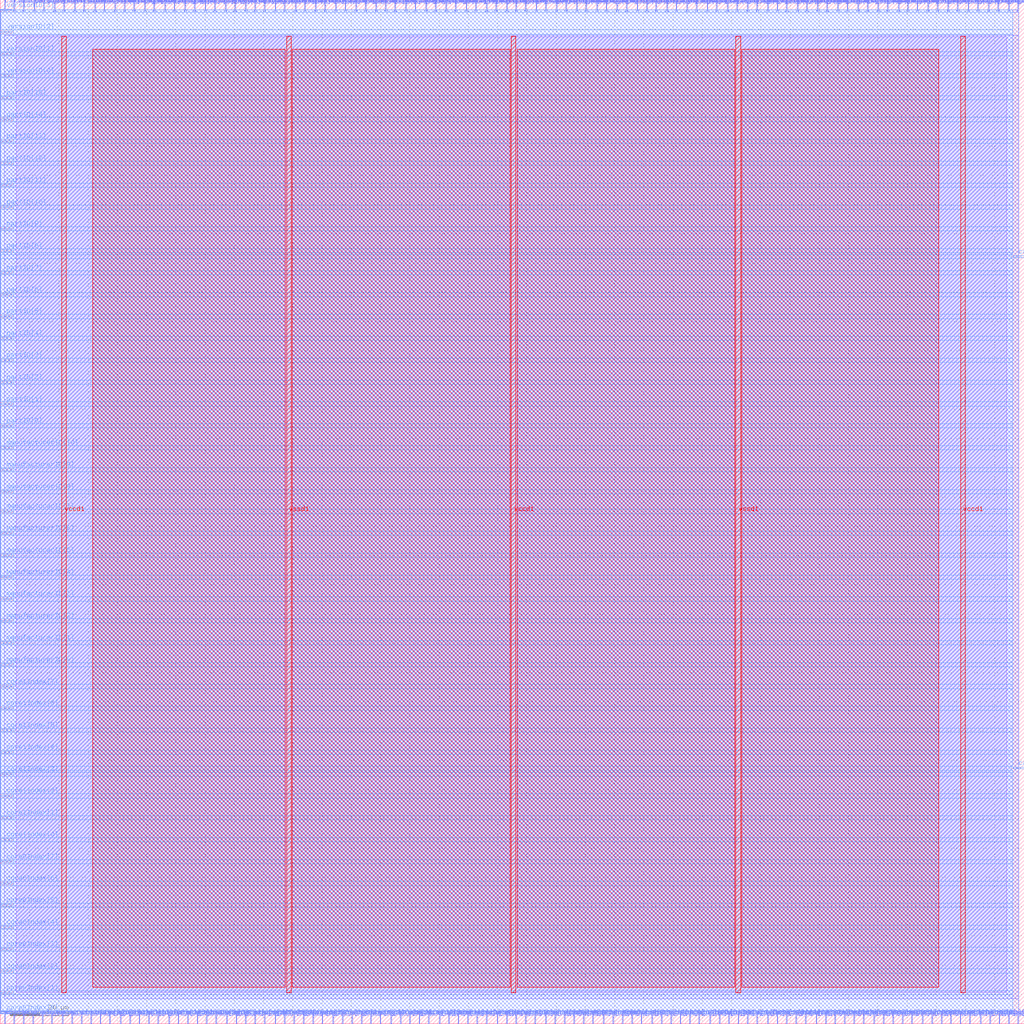
<source format=lef>
VERSION 5.7 ;
  NOWIREEXTENSIONATPIN ON ;
  DIVIDERCHAR "/" ;
  BUSBITCHARS "[]" ;
MACRO CaravelHost
  CLASS BLOCK ;
  FOREIGN CaravelHost ;
  ORIGIN 0.000 0.000 ;
  SIZE 350.000 BY 350.000 ;
  PIN caravel_uart_rx
    DIRECTION INPUT ;
    USE SIGNAL ;
    PORT
      LAYER met3 ;
        RECT 346.000 87.080 350.000 87.680 ;
    END
  END caravel_uart_rx
  PIN caravel_uart_tx
    DIRECTION OUTPUT TRISTATE ;
    USE SIGNAL ;
    PORT
      LAYER met3 ;
        RECT 346.000 261.840 350.000 262.440 ;
    END
  END caravel_uart_tx
  PIN caravel_wb_ack_i
    DIRECTION INPUT ;
    USE SIGNAL ;
    PORT
      LAYER met2 ;
        RECT 1.470 346.000 1.750 350.000 ;
    END
  END caravel_wb_ack_i
  PIN caravel_wb_adr_o[0]
    DIRECTION OUTPUT TRISTATE ;
    USE SIGNAL ;
    PORT
      LAYER met2 ;
        RECT 21.710 346.000 21.990 350.000 ;
    END
  END caravel_wb_adr_o[0]
  PIN caravel_wb_adr_o[10]
    DIRECTION OUTPUT TRISTATE ;
    USE SIGNAL ;
    PORT
      LAYER met2 ;
        RECT 138.550 346.000 138.830 350.000 ;
    END
  END caravel_wb_adr_o[10]
  PIN caravel_wb_adr_o[11]
    DIRECTION OUTPUT TRISTATE ;
    USE SIGNAL ;
    PORT
      LAYER met2 ;
        RECT 148.670 346.000 148.950 350.000 ;
    END
  END caravel_wb_adr_o[11]
  PIN caravel_wb_adr_o[12]
    DIRECTION OUTPUT TRISTATE ;
    USE SIGNAL ;
    PORT
      LAYER met2 ;
        RECT 159.250 346.000 159.530 350.000 ;
    END
  END caravel_wb_adr_o[12]
  PIN caravel_wb_adr_o[13]
    DIRECTION OUTPUT TRISTATE ;
    USE SIGNAL ;
    PORT
      LAYER met2 ;
        RECT 169.370 346.000 169.650 350.000 ;
    END
  END caravel_wb_adr_o[13]
  PIN caravel_wb_adr_o[14]
    DIRECTION OUTPUT TRISTATE ;
    USE SIGNAL ;
    PORT
      LAYER met2 ;
        RECT 179.490 346.000 179.770 350.000 ;
    END
  END caravel_wb_adr_o[14]
  PIN caravel_wb_adr_o[15]
    DIRECTION OUTPUT TRISTATE ;
    USE SIGNAL ;
    PORT
      LAYER met2 ;
        RECT 190.070 346.000 190.350 350.000 ;
    END
  END caravel_wb_adr_o[15]
  PIN caravel_wb_adr_o[16]
    DIRECTION OUTPUT TRISTATE ;
    USE SIGNAL ;
    PORT
      LAYER met2 ;
        RECT 200.190 346.000 200.470 350.000 ;
    END
  END caravel_wb_adr_o[16]
  PIN caravel_wb_adr_o[17]
    DIRECTION OUTPUT TRISTATE ;
    USE SIGNAL ;
    PORT
      LAYER met2 ;
        RECT 210.770 346.000 211.050 350.000 ;
    END
  END caravel_wb_adr_o[17]
  PIN caravel_wb_adr_o[18]
    DIRECTION OUTPUT TRISTATE ;
    USE SIGNAL ;
    PORT
      LAYER met2 ;
        RECT 220.890 346.000 221.170 350.000 ;
    END
  END caravel_wb_adr_o[18]
  PIN caravel_wb_adr_o[19]
    DIRECTION OUTPUT TRISTATE ;
    USE SIGNAL ;
    PORT
      LAYER met2 ;
        RECT 231.010 346.000 231.290 350.000 ;
    END
  END caravel_wb_adr_o[19]
  PIN caravel_wb_adr_o[1]
    DIRECTION OUTPUT TRISTATE ;
    USE SIGNAL ;
    PORT
      LAYER met2 ;
        RECT 35.510 346.000 35.790 350.000 ;
    END
  END caravel_wb_adr_o[1]
  PIN caravel_wb_adr_o[20]
    DIRECTION OUTPUT TRISTATE ;
    USE SIGNAL ;
    PORT
      LAYER met2 ;
        RECT 241.590 346.000 241.870 350.000 ;
    END
  END caravel_wb_adr_o[20]
  PIN caravel_wb_adr_o[21]
    DIRECTION OUTPUT TRISTATE ;
    USE SIGNAL ;
    PORT
      LAYER met2 ;
        RECT 251.710 346.000 251.990 350.000 ;
    END
  END caravel_wb_adr_o[21]
  PIN caravel_wb_adr_o[22]
    DIRECTION OUTPUT TRISTATE ;
    USE SIGNAL ;
    PORT
      LAYER met2 ;
        RECT 262.290 346.000 262.570 350.000 ;
    END
  END caravel_wb_adr_o[22]
  PIN caravel_wb_adr_o[23]
    DIRECTION OUTPUT TRISTATE ;
    USE SIGNAL ;
    PORT
      LAYER met2 ;
        RECT 272.410 346.000 272.690 350.000 ;
    END
  END caravel_wb_adr_o[23]
  PIN caravel_wb_adr_o[24]
    DIRECTION OUTPUT TRISTATE ;
    USE SIGNAL ;
    PORT
      LAYER met2 ;
        RECT 282.530 346.000 282.810 350.000 ;
    END
  END caravel_wb_adr_o[24]
  PIN caravel_wb_adr_o[25]
    DIRECTION OUTPUT TRISTATE ;
    USE SIGNAL ;
    PORT
      LAYER met2 ;
        RECT 293.110 346.000 293.390 350.000 ;
    END
  END caravel_wb_adr_o[25]
  PIN caravel_wb_adr_o[26]
    DIRECTION OUTPUT TRISTATE ;
    USE SIGNAL ;
    PORT
      LAYER met2 ;
        RECT 303.230 346.000 303.510 350.000 ;
    END
  END caravel_wb_adr_o[26]
  PIN caravel_wb_adr_o[27]
    DIRECTION OUTPUT TRISTATE ;
    USE SIGNAL ;
    PORT
      LAYER met2 ;
        RECT 313.350 346.000 313.630 350.000 ;
    END
  END caravel_wb_adr_o[27]
  PIN caravel_wb_adr_o[2]
    DIRECTION OUTPUT TRISTATE ;
    USE SIGNAL ;
    PORT
      LAYER met2 ;
        RECT 49.310 346.000 49.590 350.000 ;
    END
  END caravel_wb_adr_o[2]
  PIN caravel_wb_adr_o[3]
    DIRECTION OUTPUT TRISTATE ;
    USE SIGNAL ;
    PORT
      LAYER met2 ;
        RECT 63.110 346.000 63.390 350.000 ;
    END
  END caravel_wb_adr_o[3]
  PIN caravel_wb_adr_o[4]
    DIRECTION OUTPUT TRISTATE ;
    USE SIGNAL ;
    PORT
      LAYER met2 ;
        RECT 76.910 346.000 77.190 350.000 ;
    END
  END caravel_wb_adr_o[4]
  PIN caravel_wb_adr_o[5]
    DIRECTION OUTPUT TRISTATE ;
    USE SIGNAL ;
    PORT
      LAYER met2 ;
        RECT 87.030 346.000 87.310 350.000 ;
    END
  END caravel_wb_adr_o[5]
  PIN caravel_wb_adr_o[6]
    DIRECTION OUTPUT TRISTATE ;
    USE SIGNAL ;
    PORT
      LAYER met2 ;
        RECT 97.150 346.000 97.430 350.000 ;
    END
  END caravel_wb_adr_o[6]
  PIN caravel_wb_adr_o[7]
    DIRECTION OUTPUT TRISTATE ;
    USE SIGNAL ;
    PORT
      LAYER met2 ;
        RECT 107.730 346.000 108.010 350.000 ;
    END
  END caravel_wb_adr_o[7]
  PIN caravel_wb_adr_o[8]
    DIRECTION OUTPUT TRISTATE ;
    USE SIGNAL ;
    PORT
      LAYER met2 ;
        RECT 117.850 346.000 118.130 350.000 ;
    END
  END caravel_wb_adr_o[8]
  PIN caravel_wb_adr_o[9]
    DIRECTION OUTPUT TRISTATE ;
    USE SIGNAL ;
    PORT
      LAYER met2 ;
        RECT 128.430 346.000 128.710 350.000 ;
    END
  END caravel_wb_adr_o[9]
  PIN caravel_wb_cyc_o
    DIRECTION OUTPUT TRISTATE ;
    USE SIGNAL ;
    PORT
      LAYER met2 ;
        RECT 4.690 346.000 4.970 350.000 ;
    END
  END caravel_wb_cyc_o
  PIN caravel_wb_data_i[0]
    DIRECTION INPUT ;
    USE SIGNAL ;
    PORT
      LAYER met2 ;
        RECT 25.390 346.000 25.670 350.000 ;
    END
  END caravel_wb_data_i[0]
  PIN caravel_wb_data_i[10]
    DIRECTION INPUT ;
    USE SIGNAL ;
    PORT
      LAYER met2 ;
        RECT 141.770 346.000 142.050 350.000 ;
    END
  END caravel_wb_data_i[10]
  PIN caravel_wb_data_i[11]
    DIRECTION INPUT ;
    USE SIGNAL ;
    PORT
      LAYER met2 ;
        RECT 152.350 346.000 152.630 350.000 ;
    END
  END caravel_wb_data_i[11]
  PIN caravel_wb_data_i[12]
    DIRECTION INPUT ;
    USE SIGNAL ;
    PORT
      LAYER met2 ;
        RECT 162.470 346.000 162.750 350.000 ;
    END
  END caravel_wb_data_i[12]
  PIN caravel_wb_data_i[13]
    DIRECTION INPUT ;
    USE SIGNAL ;
    PORT
      LAYER met2 ;
        RECT 173.050 346.000 173.330 350.000 ;
    END
  END caravel_wb_data_i[13]
  PIN caravel_wb_data_i[14]
    DIRECTION INPUT ;
    USE SIGNAL ;
    PORT
      LAYER met2 ;
        RECT 183.170 346.000 183.450 350.000 ;
    END
  END caravel_wb_data_i[14]
  PIN caravel_wb_data_i[15]
    DIRECTION INPUT ;
    USE SIGNAL ;
    PORT
      LAYER met2 ;
        RECT 193.290 346.000 193.570 350.000 ;
    END
  END caravel_wb_data_i[15]
  PIN caravel_wb_data_i[16]
    DIRECTION INPUT ;
    USE SIGNAL ;
    PORT
      LAYER met2 ;
        RECT 203.870 346.000 204.150 350.000 ;
    END
  END caravel_wb_data_i[16]
  PIN caravel_wb_data_i[17]
    DIRECTION INPUT ;
    USE SIGNAL ;
    PORT
      LAYER met2 ;
        RECT 213.990 346.000 214.270 350.000 ;
    END
  END caravel_wb_data_i[17]
  PIN caravel_wb_data_i[18]
    DIRECTION INPUT ;
    USE SIGNAL ;
    PORT
      LAYER met2 ;
        RECT 224.110 346.000 224.390 350.000 ;
    END
  END caravel_wb_data_i[18]
  PIN caravel_wb_data_i[19]
    DIRECTION INPUT ;
    USE SIGNAL ;
    PORT
      LAYER met2 ;
        RECT 234.690 346.000 234.970 350.000 ;
    END
  END caravel_wb_data_i[19]
  PIN caravel_wb_data_i[1]
    DIRECTION INPUT ;
    USE SIGNAL ;
    PORT
      LAYER met2 ;
        RECT 39.190 346.000 39.470 350.000 ;
    END
  END caravel_wb_data_i[1]
  PIN caravel_wb_data_i[20]
    DIRECTION INPUT ;
    USE SIGNAL ;
    PORT
      LAYER met2 ;
        RECT 244.810 346.000 245.090 350.000 ;
    END
  END caravel_wb_data_i[20]
  PIN caravel_wb_data_i[21]
    DIRECTION INPUT ;
    USE SIGNAL ;
    PORT
      LAYER met2 ;
        RECT 255.390 346.000 255.670 350.000 ;
    END
  END caravel_wb_data_i[21]
  PIN caravel_wb_data_i[22]
    DIRECTION INPUT ;
    USE SIGNAL ;
    PORT
      LAYER met2 ;
        RECT 265.510 346.000 265.790 350.000 ;
    END
  END caravel_wb_data_i[22]
  PIN caravel_wb_data_i[23]
    DIRECTION INPUT ;
    USE SIGNAL ;
    PORT
      LAYER met2 ;
        RECT 275.630 346.000 275.910 350.000 ;
    END
  END caravel_wb_data_i[23]
  PIN caravel_wb_data_i[24]
    DIRECTION INPUT ;
    USE SIGNAL ;
    PORT
      LAYER met2 ;
        RECT 286.210 346.000 286.490 350.000 ;
    END
  END caravel_wb_data_i[24]
  PIN caravel_wb_data_i[25]
    DIRECTION INPUT ;
    USE SIGNAL ;
    PORT
      LAYER met2 ;
        RECT 296.330 346.000 296.610 350.000 ;
    END
  END caravel_wb_data_i[25]
  PIN caravel_wb_data_i[26]
    DIRECTION INPUT ;
    USE SIGNAL ;
    PORT
      LAYER met2 ;
        RECT 306.910 346.000 307.190 350.000 ;
    END
  END caravel_wb_data_i[26]
  PIN caravel_wb_data_i[27]
    DIRECTION INPUT ;
    USE SIGNAL ;
    PORT
      LAYER met2 ;
        RECT 317.030 346.000 317.310 350.000 ;
    END
  END caravel_wb_data_i[27]
  PIN caravel_wb_data_i[28]
    DIRECTION INPUT ;
    USE SIGNAL ;
    PORT
      LAYER met2 ;
        RECT 323.930 346.000 324.210 350.000 ;
    END
  END caravel_wb_data_i[28]
  PIN caravel_wb_data_i[29]
    DIRECTION INPUT ;
    USE SIGNAL ;
    PORT
      LAYER met2 ;
        RECT 330.830 346.000 331.110 350.000 ;
    END
  END caravel_wb_data_i[29]
  PIN caravel_wb_data_i[2]
    DIRECTION INPUT ;
    USE SIGNAL ;
    PORT
      LAYER met2 ;
        RECT 52.530 346.000 52.810 350.000 ;
    END
  END caravel_wb_data_i[2]
  PIN caravel_wb_data_i[30]
    DIRECTION INPUT ;
    USE SIGNAL ;
    PORT
      LAYER met2 ;
        RECT 337.730 346.000 338.010 350.000 ;
    END
  END caravel_wb_data_i[30]
  PIN caravel_wb_data_i[31]
    DIRECTION INPUT ;
    USE SIGNAL ;
    PORT
      LAYER met2 ;
        RECT 344.630 346.000 344.910 350.000 ;
    END
  END caravel_wb_data_i[31]
  PIN caravel_wb_data_i[3]
    DIRECTION INPUT ;
    USE SIGNAL ;
    PORT
      LAYER met2 ;
        RECT 66.330 346.000 66.610 350.000 ;
    END
  END caravel_wb_data_i[3]
  PIN caravel_wb_data_i[4]
    DIRECTION INPUT ;
    USE SIGNAL ;
    PORT
      LAYER met2 ;
        RECT 80.130 346.000 80.410 350.000 ;
    END
  END caravel_wb_data_i[4]
  PIN caravel_wb_data_i[5]
    DIRECTION INPUT ;
    USE SIGNAL ;
    PORT
      LAYER met2 ;
        RECT 90.250 346.000 90.530 350.000 ;
    END
  END caravel_wb_data_i[5]
  PIN caravel_wb_data_i[6]
    DIRECTION INPUT ;
    USE SIGNAL ;
    PORT
      LAYER met2 ;
        RECT 100.830 346.000 101.110 350.000 ;
    END
  END caravel_wb_data_i[6]
  PIN caravel_wb_data_i[7]
    DIRECTION INPUT ;
    USE SIGNAL ;
    PORT
      LAYER met2 ;
        RECT 110.950 346.000 111.230 350.000 ;
    END
  END caravel_wb_data_i[7]
  PIN caravel_wb_data_i[8]
    DIRECTION INPUT ;
    USE SIGNAL ;
    PORT
      LAYER met2 ;
        RECT 121.530 346.000 121.810 350.000 ;
    END
  END caravel_wb_data_i[8]
  PIN caravel_wb_data_i[9]
    DIRECTION INPUT ;
    USE SIGNAL ;
    PORT
      LAYER met2 ;
        RECT 131.650 346.000 131.930 350.000 ;
    END
  END caravel_wb_data_i[9]
  PIN caravel_wb_data_o[0]
    DIRECTION OUTPUT TRISTATE ;
    USE SIGNAL ;
    PORT
      LAYER met2 ;
        RECT 28.610 346.000 28.890 350.000 ;
    END
  END caravel_wb_data_o[0]
  PIN caravel_wb_data_o[10]
    DIRECTION OUTPUT TRISTATE ;
    USE SIGNAL ;
    PORT
      LAYER met2 ;
        RECT 145.450 346.000 145.730 350.000 ;
    END
  END caravel_wb_data_o[10]
  PIN caravel_wb_data_o[11]
    DIRECTION OUTPUT TRISTATE ;
    USE SIGNAL ;
    PORT
      LAYER met2 ;
        RECT 155.570 346.000 155.850 350.000 ;
    END
  END caravel_wb_data_o[11]
  PIN caravel_wb_data_o[12]
    DIRECTION OUTPUT TRISTATE ;
    USE SIGNAL ;
    PORT
      LAYER met2 ;
        RECT 166.150 346.000 166.430 350.000 ;
    END
  END caravel_wb_data_o[12]
  PIN caravel_wb_data_o[13]
    DIRECTION OUTPUT TRISTATE ;
    USE SIGNAL ;
    PORT
      LAYER met2 ;
        RECT 176.270 346.000 176.550 350.000 ;
    END
  END caravel_wb_data_o[13]
  PIN caravel_wb_data_o[14]
    DIRECTION OUTPUT TRISTATE ;
    USE SIGNAL ;
    PORT
      LAYER met2 ;
        RECT 186.390 346.000 186.670 350.000 ;
    END
  END caravel_wb_data_o[14]
  PIN caravel_wb_data_o[15]
    DIRECTION OUTPUT TRISTATE ;
    USE SIGNAL ;
    PORT
      LAYER met2 ;
        RECT 196.970 346.000 197.250 350.000 ;
    END
  END caravel_wb_data_o[15]
  PIN caravel_wb_data_o[16]
    DIRECTION OUTPUT TRISTATE ;
    USE SIGNAL ;
    PORT
      LAYER met2 ;
        RECT 207.090 346.000 207.370 350.000 ;
    END
  END caravel_wb_data_o[16]
  PIN caravel_wb_data_o[17]
    DIRECTION OUTPUT TRISTATE ;
    USE SIGNAL ;
    PORT
      LAYER met2 ;
        RECT 217.670 346.000 217.950 350.000 ;
    END
  END caravel_wb_data_o[17]
  PIN caravel_wb_data_o[18]
    DIRECTION OUTPUT TRISTATE ;
    USE SIGNAL ;
    PORT
      LAYER met2 ;
        RECT 227.790 346.000 228.070 350.000 ;
    END
  END caravel_wb_data_o[18]
  PIN caravel_wb_data_o[19]
    DIRECTION OUTPUT TRISTATE ;
    USE SIGNAL ;
    PORT
      LAYER met2 ;
        RECT 237.910 346.000 238.190 350.000 ;
    END
  END caravel_wb_data_o[19]
  PIN caravel_wb_data_o[1]
    DIRECTION OUTPUT TRISTATE ;
    USE SIGNAL ;
    PORT
      LAYER met2 ;
        RECT 42.410 346.000 42.690 350.000 ;
    END
  END caravel_wb_data_o[1]
  PIN caravel_wb_data_o[20]
    DIRECTION OUTPUT TRISTATE ;
    USE SIGNAL ;
    PORT
      LAYER met2 ;
        RECT 248.490 346.000 248.770 350.000 ;
    END
  END caravel_wb_data_o[20]
  PIN caravel_wb_data_o[21]
    DIRECTION OUTPUT TRISTATE ;
    USE SIGNAL ;
    PORT
      LAYER met2 ;
        RECT 258.610 346.000 258.890 350.000 ;
    END
  END caravel_wb_data_o[21]
  PIN caravel_wb_data_o[22]
    DIRECTION OUTPUT TRISTATE ;
    USE SIGNAL ;
    PORT
      LAYER met2 ;
        RECT 268.730 346.000 269.010 350.000 ;
    END
  END caravel_wb_data_o[22]
  PIN caravel_wb_data_o[23]
    DIRECTION OUTPUT TRISTATE ;
    USE SIGNAL ;
    PORT
      LAYER met2 ;
        RECT 279.310 346.000 279.590 350.000 ;
    END
  END caravel_wb_data_o[23]
  PIN caravel_wb_data_o[24]
    DIRECTION OUTPUT TRISTATE ;
    USE SIGNAL ;
    PORT
      LAYER met2 ;
        RECT 289.430 346.000 289.710 350.000 ;
    END
  END caravel_wb_data_o[24]
  PIN caravel_wb_data_o[25]
    DIRECTION OUTPUT TRISTATE ;
    USE SIGNAL ;
    PORT
      LAYER met2 ;
        RECT 300.010 346.000 300.290 350.000 ;
    END
  END caravel_wb_data_o[25]
  PIN caravel_wb_data_o[26]
    DIRECTION OUTPUT TRISTATE ;
    USE SIGNAL ;
    PORT
      LAYER met2 ;
        RECT 310.130 346.000 310.410 350.000 ;
    END
  END caravel_wb_data_o[26]
  PIN caravel_wb_data_o[27]
    DIRECTION OUTPUT TRISTATE ;
    USE SIGNAL ;
    PORT
      LAYER met2 ;
        RECT 320.250 346.000 320.530 350.000 ;
    END
  END caravel_wb_data_o[27]
  PIN caravel_wb_data_o[28]
    DIRECTION OUTPUT TRISTATE ;
    USE SIGNAL ;
    PORT
      LAYER met2 ;
        RECT 327.150 346.000 327.430 350.000 ;
    END
  END caravel_wb_data_o[28]
  PIN caravel_wb_data_o[29]
    DIRECTION OUTPUT TRISTATE ;
    USE SIGNAL ;
    PORT
      LAYER met2 ;
        RECT 334.050 346.000 334.330 350.000 ;
    END
  END caravel_wb_data_o[29]
  PIN caravel_wb_data_o[2]
    DIRECTION OUTPUT TRISTATE ;
    USE SIGNAL ;
    PORT
      LAYER met2 ;
        RECT 56.210 346.000 56.490 350.000 ;
    END
  END caravel_wb_data_o[2]
  PIN caravel_wb_data_o[30]
    DIRECTION OUTPUT TRISTATE ;
    USE SIGNAL ;
    PORT
      LAYER met2 ;
        RECT 340.950 346.000 341.230 350.000 ;
    END
  END caravel_wb_data_o[30]
  PIN caravel_wb_data_o[31]
    DIRECTION OUTPUT TRISTATE ;
    USE SIGNAL ;
    PORT
      LAYER met2 ;
        RECT 347.850 346.000 348.130 350.000 ;
    END
  END caravel_wb_data_o[31]
  PIN caravel_wb_data_o[3]
    DIRECTION OUTPUT TRISTATE ;
    USE SIGNAL ;
    PORT
      LAYER met2 ;
        RECT 70.010 346.000 70.290 350.000 ;
    END
  END caravel_wb_data_o[3]
  PIN caravel_wb_data_o[4]
    DIRECTION OUTPUT TRISTATE ;
    USE SIGNAL ;
    PORT
      LAYER met2 ;
        RECT 83.810 346.000 84.090 350.000 ;
    END
  END caravel_wb_data_o[4]
  PIN caravel_wb_data_o[5]
    DIRECTION OUTPUT TRISTATE ;
    USE SIGNAL ;
    PORT
      LAYER met2 ;
        RECT 93.930 346.000 94.210 350.000 ;
    END
  END caravel_wb_data_o[5]
  PIN caravel_wb_data_o[6]
    DIRECTION OUTPUT TRISTATE ;
    USE SIGNAL ;
    PORT
      LAYER met2 ;
        RECT 104.050 346.000 104.330 350.000 ;
    END
  END caravel_wb_data_o[6]
  PIN caravel_wb_data_o[7]
    DIRECTION OUTPUT TRISTATE ;
    USE SIGNAL ;
    PORT
      LAYER met2 ;
        RECT 114.630 346.000 114.910 350.000 ;
    END
  END caravel_wb_data_o[7]
  PIN caravel_wb_data_o[8]
    DIRECTION OUTPUT TRISTATE ;
    USE SIGNAL ;
    PORT
      LAYER met2 ;
        RECT 124.750 346.000 125.030 350.000 ;
    END
  END caravel_wb_data_o[8]
  PIN caravel_wb_data_o[9]
    DIRECTION OUTPUT TRISTATE ;
    USE SIGNAL ;
    PORT
      LAYER met2 ;
        RECT 134.870 346.000 135.150 350.000 ;
    END
  END caravel_wb_data_o[9]
  PIN caravel_wb_error_i
    DIRECTION INPUT ;
    USE SIGNAL ;
    PORT
      LAYER met2 ;
        RECT 7.910 346.000 8.190 350.000 ;
    END
  END caravel_wb_error_i
  PIN caravel_wb_sel_o[0]
    DIRECTION OUTPUT TRISTATE ;
    USE SIGNAL ;
    PORT
      LAYER met2 ;
        RECT 32.290 346.000 32.570 350.000 ;
    END
  END caravel_wb_sel_o[0]
  PIN caravel_wb_sel_o[1]
    DIRECTION OUTPUT TRISTATE ;
    USE SIGNAL ;
    PORT
      LAYER met2 ;
        RECT 45.630 346.000 45.910 350.000 ;
    END
  END caravel_wb_sel_o[1]
  PIN caravel_wb_sel_o[2]
    DIRECTION OUTPUT TRISTATE ;
    USE SIGNAL ;
    PORT
      LAYER met2 ;
        RECT 59.430 346.000 59.710 350.000 ;
    END
  END caravel_wb_sel_o[2]
  PIN caravel_wb_sel_o[3]
    DIRECTION OUTPUT TRISTATE ;
    USE SIGNAL ;
    PORT
      LAYER met2 ;
        RECT 73.230 346.000 73.510 350.000 ;
    END
  END caravel_wb_sel_o[3]
  PIN caravel_wb_stall_i
    DIRECTION INPUT ;
    USE SIGNAL ;
    PORT
      LAYER met2 ;
        RECT 11.590 346.000 11.870 350.000 ;
    END
  END caravel_wb_stall_i
  PIN caravel_wb_stb_o
    DIRECTION OUTPUT TRISTATE ;
    USE SIGNAL ;
    PORT
      LAYER met2 ;
        RECT 14.810 346.000 15.090 350.000 ;
    END
  END caravel_wb_stb_o
  PIN caravel_wb_we_o
    DIRECTION OUTPUT TRISTATE ;
    USE SIGNAL ;
    PORT
      LAYER met2 ;
        RECT 18.490 346.000 18.770 350.000 ;
    END
  END caravel_wb_we_o
  PIN core0Index[0]
    DIRECTION OUTPUT TRISTATE ;
    USE SIGNAL ;
    PORT
      LAYER met3 ;
        RECT 0.000 3.440 4.000 4.040 ;
    END
  END core0Index[0]
  PIN core0Index[1]
    DIRECTION OUTPUT TRISTATE ;
    USE SIGNAL ;
    PORT
      LAYER met3 ;
        RECT 0.000 10.240 4.000 10.840 ;
    END
  END core0Index[1]
  PIN core0Index[2]
    DIRECTION OUTPUT TRISTATE ;
    USE SIGNAL ;
    PORT
      LAYER met3 ;
        RECT 0.000 17.720 4.000 18.320 ;
    END
  END core0Index[2]
  PIN core0Index[3]
    DIRECTION OUTPUT TRISTATE ;
    USE SIGNAL ;
    PORT
      LAYER met3 ;
        RECT 0.000 25.200 4.000 25.800 ;
    END
  END core0Index[3]
  PIN core0Index[4]
    DIRECTION OUTPUT TRISTATE ;
    USE SIGNAL ;
    PORT
      LAYER met3 ;
        RECT 0.000 32.680 4.000 33.280 ;
    END
  END core0Index[4]
  PIN core0Index[5]
    DIRECTION OUTPUT TRISTATE ;
    USE SIGNAL ;
    PORT
      LAYER met3 ;
        RECT 0.000 40.160 4.000 40.760 ;
    END
  END core0Index[5]
  PIN core0Index[6]
    DIRECTION OUTPUT TRISTATE ;
    USE SIGNAL ;
    PORT
      LAYER met3 ;
        RECT 0.000 47.640 4.000 48.240 ;
    END
  END core0Index[6]
  PIN core0Index[7]
    DIRECTION OUTPUT TRISTATE ;
    USE SIGNAL ;
    PORT
      LAYER met3 ;
        RECT 0.000 55.120 4.000 55.720 ;
    END
  END core0Index[7]
  PIN core1Index[0]
    DIRECTION OUTPUT TRISTATE ;
    USE SIGNAL ;
    PORT
      LAYER met3 ;
        RECT 0.000 62.600 4.000 63.200 ;
    END
  END core1Index[0]
  PIN core1Index[1]
    DIRECTION OUTPUT TRISTATE ;
    USE SIGNAL ;
    PORT
      LAYER met3 ;
        RECT 0.000 70.080 4.000 70.680 ;
    END
  END core1Index[1]
  PIN core1Index[2]
    DIRECTION OUTPUT TRISTATE ;
    USE SIGNAL ;
    PORT
      LAYER met3 ;
        RECT 0.000 77.560 4.000 78.160 ;
    END
  END core1Index[2]
  PIN core1Index[3]
    DIRECTION OUTPUT TRISTATE ;
    USE SIGNAL ;
    PORT
      LAYER met3 ;
        RECT 0.000 85.040 4.000 85.640 ;
    END
  END core1Index[3]
  PIN core1Index[4]
    DIRECTION OUTPUT TRISTATE ;
    USE SIGNAL ;
    PORT
      LAYER met3 ;
        RECT 0.000 92.520 4.000 93.120 ;
    END
  END core1Index[4]
  PIN core1Index[5]
    DIRECTION OUTPUT TRISTATE ;
    USE SIGNAL ;
    PORT
      LAYER met3 ;
        RECT 0.000 100.000 4.000 100.600 ;
    END
  END core1Index[5]
  PIN core1Index[6]
    DIRECTION OUTPUT TRISTATE ;
    USE SIGNAL ;
    PORT
      LAYER met3 ;
        RECT 0.000 107.480 4.000 108.080 ;
    END
  END core1Index[6]
  PIN core1Index[7]
    DIRECTION OUTPUT TRISTATE ;
    USE SIGNAL ;
    PORT
      LAYER met3 ;
        RECT 0.000 114.960 4.000 115.560 ;
    END
  END core1Index[7]
  PIN manufacturerID[0]
    DIRECTION OUTPUT TRISTATE ;
    USE SIGNAL ;
    PORT
      LAYER met3 ;
        RECT 0.000 122.440 4.000 123.040 ;
    END
  END manufacturerID[0]
  PIN manufacturerID[10]
    DIRECTION OUTPUT TRISTATE ;
    USE SIGNAL ;
    PORT
      LAYER met3 ;
        RECT 0.000 196.560 4.000 197.160 ;
    END
  END manufacturerID[10]
  PIN manufacturerID[1]
    DIRECTION OUTPUT TRISTATE ;
    USE SIGNAL ;
    PORT
      LAYER met3 ;
        RECT 0.000 129.920 4.000 130.520 ;
    END
  END manufacturerID[1]
  PIN manufacturerID[2]
    DIRECTION OUTPUT TRISTATE ;
    USE SIGNAL ;
    PORT
      LAYER met3 ;
        RECT 0.000 137.400 4.000 138.000 ;
    END
  END manufacturerID[2]
  PIN manufacturerID[3]
    DIRECTION OUTPUT TRISTATE ;
    USE SIGNAL ;
    PORT
      LAYER met3 ;
        RECT 0.000 144.880 4.000 145.480 ;
    END
  END manufacturerID[3]
  PIN manufacturerID[4]
    DIRECTION OUTPUT TRISTATE ;
    USE SIGNAL ;
    PORT
      LAYER met3 ;
        RECT 0.000 152.360 4.000 152.960 ;
    END
  END manufacturerID[4]
  PIN manufacturerID[5]
    DIRECTION OUTPUT TRISTATE ;
    USE SIGNAL ;
    PORT
      LAYER met3 ;
        RECT 0.000 159.840 4.000 160.440 ;
    END
  END manufacturerID[5]
  PIN manufacturerID[6]
    DIRECTION OUTPUT TRISTATE ;
    USE SIGNAL ;
    PORT
      LAYER met3 ;
        RECT 0.000 167.320 4.000 167.920 ;
    END
  END manufacturerID[6]
  PIN manufacturerID[7]
    DIRECTION OUTPUT TRISTATE ;
    USE SIGNAL ;
    PORT
      LAYER met3 ;
        RECT 0.000 174.800 4.000 175.400 ;
    END
  END manufacturerID[7]
  PIN manufacturerID[8]
    DIRECTION OUTPUT TRISTATE ;
    USE SIGNAL ;
    PORT
      LAYER met3 ;
        RECT 0.000 181.600 4.000 182.200 ;
    END
  END manufacturerID[8]
  PIN manufacturerID[9]
    DIRECTION OUTPUT TRISTATE ;
    USE SIGNAL ;
    PORT
      LAYER met3 ;
        RECT 0.000 189.080 4.000 189.680 ;
    END
  END manufacturerID[9]
  PIN partID[0]
    DIRECTION OUTPUT TRISTATE ;
    USE SIGNAL ;
    PORT
      LAYER met3 ;
        RECT 0.000 204.040 4.000 204.640 ;
    END
  END partID[0]
  PIN partID[10]
    DIRECTION OUTPUT TRISTATE ;
    USE SIGNAL ;
    PORT
      LAYER met3 ;
        RECT 0.000 278.840 4.000 279.440 ;
    END
  END partID[10]
  PIN partID[11]
    DIRECTION OUTPUT TRISTATE ;
    USE SIGNAL ;
    PORT
      LAYER met3 ;
        RECT 0.000 286.320 4.000 286.920 ;
    END
  END partID[11]
  PIN partID[12]
    DIRECTION OUTPUT TRISTATE ;
    USE SIGNAL ;
    PORT
      LAYER met3 ;
        RECT 0.000 293.800 4.000 294.400 ;
    END
  END partID[12]
  PIN partID[13]
    DIRECTION OUTPUT TRISTATE ;
    USE SIGNAL ;
    PORT
      LAYER met3 ;
        RECT 0.000 301.280 4.000 301.880 ;
    END
  END partID[13]
  PIN partID[14]
    DIRECTION OUTPUT TRISTATE ;
    USE SIGNAL ;
    PORT
      LAYER met3 ;
        RECT 0.000 308.760 4.000 309.360 ;
    END
  END partID[14]
  PIN partID[15]
    DIRECTION OUTPUT TRISTATE ;
    USE SIGNAL ;
    PORT
      LAYER met3 ;
        RECT 0.000 316.240 4.000 316.840 ;
    END
  END partID[15]
  PIN partID[1]
    DIRECTION OUTPUT TRISTATE ;
    USE SIGNAL ;
    PORT
      LAYER met3 ;
        RECT 0.000 211.520 4.000 212.120 ;
    END
  END partID[1]
  PIN partID[2]
    DIRECTION OUTPUT TRISTATE ;
    USE SIGNAL ;
    PORT
      LAYER met3 ;
        RECT 0.000 219.000 4.000 219.600 ;
    END
  END partID[2]
  PIN partID[3]
    DIRECTION OUTPUT TRISTATE ;
    USE SIGNAL ;
    PORT
      LAYER met3 ;
        RECT 0.000 226.480 4.000 227.080 ;
    END
  END partID[3]
  PIN partID[4]
    DIRECTION OUTPUT TRISTATE ;
    USE SIGNAL ;
    PORT
      LAYER met3 ;
        RECT 0.000 233.960 4.000 234.560 ;
    END
  END partID[4]
  PIN partID[5]
    DIRECTION OUTPUT TRISTATE ;
    USE SIGNAL ;
    PORT
      LAYER met3 ;
        RECT 0.000 241.440 4.000 242.040 ;
    END
  END partID[5]
  PIN partID[6]
    DIRECTION OUTPUT TRISTATE ;
    USE SIGNAL ;
    PORT
      LAYER met3 ;
        RECT 0.000 248.920 4.000 249.520 ;
    END
  END partID[6]
  PIN partID[7]
    DIRECTION OUTPUT TRISTATE ;
    USE SIGNAL ;
    PORT
      LAYER met3 ;
        RECT 0.000 256.400 4.000 257.000 ;
    END
  END partID[7]
  PIN partID[8]
    DIRECTION OUTPUT TRISTATE ;
    USE SIGNAL ;
    PORT
      LAYER met3 ;
        RECT 0.000 263.880 4.000 264.480 ;
    END
  END partID[8]
  PIN partID[9]
    DIRECTION OUTPUT TRISTATE ;
    USE SIGNAL ;
    PORT
      LAYER met3 ;
        RECT 0.000 271.360 4.000 271.960 ;
    END
  END partID[9]
  PIN vccd1
    DIRECTION INPUT ;
    USE POWER ;
    PORT
      LAYER met4 ;
        RECT 21.040 10.640 22.640 337.520 ;
    END
    PORT
      LAYER met4 ;
        RECT 174.640 10.640 176.240 337.520 ;
    END
    PORT
      LAYER met4 ;
        RECT 328.240 10.640 329.840 337.520 ;
    END
  END vccd1
  PIN versionID[0]
    DIRECTION OUTPUT TRISTATE ;
    USE SIGNAL ;
    PORT
      LAYER met3 ;
        RECT 0.000 323.720 4.000 324.320 ;
    END
  END versionID[0]
  PIN versionID[1]
    DIRECTION OUTPUT TRISTATE ;
    USE SIGNAL ;
    PORT
      LAYER met3 ;
        RECT 0.000 331.200 4.000 331.800 ;
    END
  END versionID[1]
  PIN versionID[2]
    DIRECTION OUTPUT TRISTATE ;
    USE SIGNAL ;
    PORT
      LAYER met3 ;
        RECT 0.000 338.680 4.000 339.280 ;
    END
  END versionID[2]
  PIN versionID[3]
    DIRECTION OUTPUT TRISTATE ;
    USE SIGNAL ;
    PORT
      LAYER met3 ;
        RECT 0.000 346.160 4.000 346.760 ;
    END
  END versionID[3]
  PIN vssd1
    DIRECTION INPUT ;
    USE GROUND ;
    PORT
      LAYER met4 ;
        RECT 97.840 10.640 99.440 337.520 ;
    END
    PORT
      LAYER met4 ;
        RECT 251.440 10.640 253.040 337.520 ;
    END
  END vssd1
  PIN wb_clk_i
    DIRECTION INPUT ;
    USE SIGNAL ;
    PORT
      LAYER met2 ;
        RECT 1.470 0.000 1.750 4.000 ;
    END
  END wb_clk_i
  PIN wb_rst_i
    DIRECTION INPUT ;
    USE SIGNAL ;
    PORT
      LAYER met2 ;
        RECT 4.690 0.000 4.970 4.000 ;
    END
  END wb_rst_i
  PIN wbs_ack_o
    DIRECTION OUTPUT TRISTATE ;
    USE SIGNAL ;
    PORT
      LAYER met2 ;
        RECT 7.910 0.000 8.190 4.000 ;
    END
  END wbs_ack_o
  PIN wbs_adr_i[0]
    DIRECTION INPUT ;
    USE SIGNAL ;
    PORT
      LAYER met2 ;
        RECT 21.250 0.000 21.530 4.000 ;
    END
  END wbs_adr_i[0]
  PIN wbs_adr_i[10]
    DIRECTION INPUT ;
    USE SIGNAL ;
    PORT
      LAYER met2 ;
        RECT 133.490 0.000 133.770 4.000 ;
    END
  END wbs_adr_i[10]
  PIN wbs_adr_i[11]
    DIRECTION INPUT ;
    USE SIGNAL ;
    PORT
      LAYER met2 ;
        RECT 143.150 0.000 143.430 4.000 ;
    END
  END wbs_adr_i[11]
  PIN wbs_adr_i[12]
    DIRECTION INPUT ;
    USE SIGNAL ;
    PORT
      LAYER met2 ;
        RECT 153.270 0.000 153.550 4.000 ;
    END
  END wbs_adr_i[12]
  PIN wbs_adr_i[13]
    DIRECTION INPUT ;
    USE SIGNAL ;
    PORT
      LAYER met2 ;
        RECT 162.930 0.000 163.210 4.000 ;
    END
  END wbs_adr_i[13]
  PIN wbs_adr_i[14]
    DIRECTION INPUT ;
    USE SIGNAL ;
    PORT
      LAYER met2 ;
        RECT 173.050 0.000 173.330 4.000 ;
    END
  END wbs_adr_i[14]
  PIN wbs_adr_i[15]
    DIRECTION INPUT ;
    USE SIGNAL ;
    PORT
      LAYER met2 ;
        RECT 182.710 0.000 182.990 4.000 ;
    END
  END wbs_adr_i[15]
  PIN wbs_adr_i[16]
    DIRECTION INPUT ;
    USE SIGNAL ;
    PORT
      LAYER met2 ;
        RECT 192.830 0.000 193.110 4.000 ;
    END
  END wbs_adr_i[16]
  PIN wbs_adr_i[17]
    DIRECTION INPUT ;
    USE SIGNAL ;
    PORT
      LAYER met2 ;
        RECT 202.490 0.000 202.770 4.000 ;
    END
  END wbs_adr_i[17]
  PIN wbs_adr_i[18]
    DIRECTION INPUT ;
    USE SIGNAL ;
    PORT
      LAYER met2 ;
        RECT 212.610 0.000 212.890 4.000 ;
    END
  END wbs_adr_i[18]
  PIN wbs_adr_i[19]
    DIRECTION INPUT ;
    USE SIGNAL ;
    PORT
      LAYER met2 ;
        RECT 222.730 0.000 223.010 4.000 ;
    END
  END wbs_adr_i[19]
  PIN wbs_adr_i[1]
    DIRECTION INPUT ;
    USE SIGNAL ;
    PORT
      LAYER met2 ;
        RECT 34.130 0.000 34.410 4.000 ;
    END
  END wbs_adr_i[1]
  PIN wbs_adr_i[20]
    DIRECTION INPUT ;
    USE SIGNAL ;
    PORT
      LAYER met2 ;
        RECT 232.390 0.000 232.670 4.000 ;
    END
  END wbs_adr_i[20]
  PIN wbs_adr_i[21]
    DIRECTION INPUT ;
    USE SIGNAL ;
    PORT
      LAYER met2 ;
        RECT 242.510 0.000 242.790 4.000 ;
    END
  END wbs_adr_i[21]
  PIN wbs_adr_i[22]
    DIRECTION INPUT ;
    USE SIGNAL ;
    PORT
      LAYER met2 ;
        RECT 252.170 0.000 252.450 4.000 ;
    END
  END wbs_adr_i[22]
  PIN wbs_adr_i[23]
    DIRECTION INPUT ;
    USE SIGNAL ;
    PORT
      LAYER met2 ;
        RECT 262.290 0.000 262.570 4.000 ;
    END
  END wbs_adr_i[23]
  PIN wbs_adr_i[24]
    DIRECTION INPUT ;
    USE SIGNAL ;
    PORT
      LAYER met2 ;
        RECT 271.950 0.000 272.230 4.000 ;
    END
  END wbs_adr_i[24]
  PIN wbs_adr_i[25]
    DIRECTION INPUT ;
    USE SIGNAL ;
    PORT
      LAYER met2 ;
        RECT 282.070 0.000 282.350 4.000 ;
    END
  END wbs_adr_i[25]
  PIN wbs_adr_i[26]
    DIRECTION INPUT ;
    USE SIGNAL ;
    PORT
      LAYER met2 ;
        RECT 291.730 0.000 292.010 4.000 ;
    END
  END wbs_adr_i[26]
  PIN wbs_adr_i[27]
    DIRECTION INPUT ;
    USE SIGNAL ;
    PORT
      LAYER met2 ;
        RECT 301.850 0.000 302.130 4.000 ;
    END
  END wbs_adr_i[27]
  PIN wbs_adr_i[28]
    DIRECTION INPUT ;
    USE SIGNAL ;
    PORT
      LAYER met2 ;
        RECT 311.510 0.000 311.790 4.000 ;
    END
  END wbs_adr_i[28]
  PIN wbs_adr_i[29]
    DIRECTION INPUT ;
    USE SIGNAL ;
    PORT
      LAYER met2 ;
        RECT 321.630 0.000 321.910 4.000 ;
    END
  END wbs_adr_i[29]
  PIN wbs_adr_i[2]
    DIRECTION INPUT ;
    USE SIGNAL ;
    PORT
      LAYER met2 ;
        RECT 47.470 0.000 47.750 4.000 ;
    END
  END wbs_adr_i[2]
  PIN wbs_adr_i[30]
    DIRECTION INPUT ;
    USE SIGNAL ;
    PORT
      LAYER met2 ;
        RECT 331.290 0.000 331.570 4.000 ;
    END
  END wbs_adr_i[30]
  PIN wbs_adr_i[31]
    DIRECTION INPUT ;
    USE SIGNAL ;
    PORT
      LAYER met2 ;
        RECT 341.410 0.000 341.690 4.000 ;
    END
  END wbs_adr_i[31]
  PIN wbs_adr_i[3]
    DIRECTION INPUT ;
    USE SIGNAL ;
    PORT
      LAYER met2 ;
        RECT 60.810 0.000 61.090 4.000 ;
    END
  END wbs_adr_i[3]
  PIN wbs_adr_i[4]
    DIRECTION INPUT ;
    USE SIGNAL ;
    PORT
      LAYER met2 ;
        RECT 73.690 0.000 73.970 4.000 ;
    END
  END wbs_adr_i[4]
  PIN wbs_adr_i[5]
    DIRECTION INPUT ;
    USE SIGNAL ;
    PORT
      LAYER met2 ;
        RECT 83.810 0.000 84.090 4.000 ;
    END
  END wbs_adr_i[5]
  PIN wbs_adr_i[6]
    DIRECTION INPUT ;
    USE SIGNAL ;
    PORT
      LAYER met2 ;
        RECT 93.930 0.000 94.210 4.000 ;
    END
  END wbs_adr_i[6]
  PIN wbs_adr_i[7]
    DIRECTION INPUT ;
    USE SIGNAL ;
    PORT
      LAYER met2 ;
        RECT 103.590 0.000 103.870 4.000 ;
    END
  END wbs_adr_i[7]
  PIN wbs_adr_i[8]
    DIRECTION INPUT ;
    USE SIGNAL ;
    PORT
      LAYER met2 ;
        RECT 113.710 0.000 113.990 4.000 ;
    END
  END wbs_adr_i[8]
  PIN wbs_adr_i[9]
    DIRECTION INPUT ;
    USE SIGNAL ;
    PORT
      LAYER met2 ;
        RECT 123.370 0.000 123.650 4.000 ;
    END
  END wbs_adr_i[9]
  PIN wbs_cyc_i
    DIRECTION INPUT ;
    USE SIGNAL ;
    PORT
      LAYER met2 ;
        RECT 11.130 0.000 11.410 4.000 ;
    END
  END wbs_cyc_i
  PIN wbs_data_i[0]
    DIRECTION INPUT ;
    USE SIGNAL ;
    PORT
      LAYER met2 ;
        RECT 24.470 0.000 24.750 4.000 ;
    END
  END wbs_data_i[0]
  PIN wbs_data_i[10]
    DIRECTION INPUT ;
    USE SIGNAL ;
    PORT
      LAYER met2 ;
        RECT 136.710 0.000 136.990 4.000 ;
    END
  END wbs_data_i[10]
  PIN wbs_data_i[11]
    DIRECTION INPUT ;
    USE SIGNAL ;
    PORT
      LAYER met2 ;
        RECT 146.370 0.000 146.650 4.000 ;
    END
  END wbs_data_i[11]
  PIN wbs_data_i[12]
    DIRECTION INPUT ;
    USE SIGNAL ;
    PORT
      LAYER met2 ;
        RECT 156.490 0.000 156.770 4.000 ;
    END
  END wbs_data_i[12]
  PIN wbs_data_i[13]
    DIRECTION INPUT ;
    USE SIGNAL ;
    PORT
      LAYER met2 ;
        RECT 166.150 0.000 166.430 4.000 ;
    END
  END wbs_data_i[13]
  PIN wbs_data_i[14]
    DIRECTION INPUT ;
    USE SIGNAL ;
    PORT
      LAYER met2 ;
        RECT 176.270 0.000 176.550 4.000 ;
    END
  END wbs_data_i[14]
  PIN wbs_data_i[15]
    DIRECTION INPUT ;
    USE SIGNAL ;
    PORT
      LAYER met2 ;
        RECT 186.390 0.000 186.670 4.000 ;
    END
  END wbs_data_i[15]
  PIN wbs_data_i[16]
    DIRECTION INPUT ;
    USE SIGNAL ;
    PORT
      LAYER met2 ;
        RECT 196.050 0.000 196.330 4.000 ;
    END
  END wbs_data_i[16]
  PIN wbs_data_i[17]
    DIRECTION INPUT ;
    USE SIGNAL ;
    PORT
      LAYER met2 ;
        RECT 206.170 0.000 206.450 4.000 ;
    END
  END wbs_data_i[17]
  PIN wbs_data_i[18]
    DIRECTION INPUT ;
    USE SIGNAL ;
    PORT
      LAYER met2 ;
        RECT 215.830 0.000 216.110 4.000 ;
    END
  END wbs_data_i[18]
  PIN wbs_data_i[19]
    DIRECTION INPUT ;
    USE SIGNAL ;
    PORT
      LAYER met2 ;
        RECT 225.950 0.000 226.230 4.000 ;
    END
  END wbs_data_i[19]
  PIN wbs_data_i[1]
    DIRECTION INPUT ;
    USE SIGNAL ;
    PORT
      LAYER met2 ;
        RECT 37.350 0.000 37.630 4.000 ;
    END
  END wbs_data_i[1]
  PIN wbs_data_i[20]
    DIRECTION INPUT ;
    USE SIGNAL ;
    PORT
      LAYER met2 ;
        RECT 235.610 0.000 235.890 4.000 ;
    END
  END wbs_data_i[20]
  PIN wbs_data_i[21]
    DIRECTION INPUT ;
    USE SIGNAL ;
    PORT
      LAYER met2 ;
        RECT 245.730 0.000 246.010 4.000 ;
    END
  END wbs_data_i[21]
  PIN wbs_data_i[22]
    DIRECTION INPUT ;
    USE SIGNAL ;
    PORT
      LAYER met2 ;
        RECT 255.390 0.000 255.670 4.000 ;
    END
  END wbs_data_i[22]
  PIN wbs_data_i[23]
    DIRECTION INPUT ;
    USE SIGNAL ;
    PORT
      LAYER met2 ;
        RECT 265.510 0.000 265.790 4.000 ;
    END
  END wbs_data_i[23]
  PIN wbs_data_i[24]
    DIRECTION INPUT ;
    USE SIGNAL ;
    PORT
      LAYER met2 ;
        RECT 275.170 0.000 275.450 4.000 ;
    END
  END wbs_data_i[24]
  PIN wbs_data_i[25]
    DIRECTION INPUT ;
    USE SIGNAL ;
    PORT
      LAYER met2 ;
        RECT 285.290 0.000 285.570 4.000 ;
    END
  END wbs_data_i[25]
  PIN wbs_data_i[26]
    DIRECTION INPUT ;
    USE SIGNAL ;
    PORT
      LAYER met2 ;
        RECT 294.950 0.000 295.230 4.000 ;
    END
  END wbs_data_i[26]
  PIN wbs_data_i[27]
    DIRECTION INPUT ;
    USE SIGNAL ;
    PORT
      LAYER met2 ;
        RECT 305.070 0.000 305.350 4.000 ;
    END
  END wbs_data_i[27]
  PIN wbs_data_i[28]
    DIRECTION INPUT ;
    USE SIGNAL ;
    PORT
      LAYER met2 ;
        RECT 315.190 0.000 315.470 4.000 ;
    END
  END wbs_data_i[28]
  PIN wbs_data_i[29]
    DIRECTION INPUT ;
    USE SIGNAL ;
    PORT
      LAYER met2 ;
        RECT 324.850 0.000 325.130 4.000 ;
    END
  END wbs_data_i[29]
  PIN wbs_data_i[2]
    DIRECTION INPUT ;
    USE SIGNAL ;
    PORT
      LAYER met2 ;
        RECT 50.690 0.000 50.970 4.000 ;
    END
  END wbs_data_i[2]
  PIN wbs_data_i[30]
    DIRECTION INPUT ;
    USE SIGNAL ;
    PORT
      LAYER met2 ;
        RECT 334.970 0.000 335.250 4.000 ;
    END
  END wbs_data_i[30]
  PIN wbs_data_i[31]
    DIRECTION INPUT ;
    USE SIGNAL ;
    PORT
      LAYER met2 ;
        RECT 344.630 0.000 344.910 4.000 ;
    END
  END wbs_data_i[31]
  PIN wbs_data_i[3]
    DIRECTION INPUT ;
    USE SIGNAL ;
    PORT
      LAYER met2 ;
        RECT 64.030 0.000 64.310 4.000 ;
    END
  END wbs_data_i[3]
  PIN wbs_data_i[4]
    DIRECTION INPUT ;
    USE SIGNAL ;
    PORT
      LAYER met2 ;
        RECT 77.370 0.000 77.650 4.000 ;
    END
  END wbs_data_i[4]
  PIN wbs_data_i[5]
    DIRECTION INPUT ;
    USE SIGNAL ;
    PORT
      LAYER met2 ;
        RECT 87.030 0.000 87.310 4.000 ;
    END
  END wbs_data_i[5]
  PIN wbs_data_i[6]
    DIRECTION INPUT ;
    USE SIGNAL ;
    PORT
      LAYER met2 ;
        RECT 97.150 0.000 97.430 4.000 ;
    END
  END wbs_data_i[6]
  PIN wbs_data_i[7]
    DIRECTION INPUT ;
    USE SIGNAL ;
    PORT
      LAYER met2 ;
        RECT 106.810 0.000 107.090 4.000 ;
    END
  END wbs_data_i[7]
  PIN wbs_data_i[8]
    DIRECTION INPUT ;
    USE SIGNAL ;
    PORT
      LAYER met2 ;
        RECT 116.930 0.000 117.210 4.000 ;
    END
  END wbs_data_i[8]
  PIN wbs_data_i[9]
    DIRECTION INPUT ;
    USE SIGNAL ;
    PORT
      LAYER met2 ;
        RECT 126.590 0.000 126.870 4.000 ;
    END
  END wbs_data_i[9]
  PIN wbs_data_o[0]
    DIRECTION OUTPUT TRISTATE ;
    USE SIGNAL ;
    PORT
      LAYER met2 ;
        RECT 27.690 0.000 27.970 4.000 ;
    END
  END wbs_data_o[0]
  PIN wbs_data_o[10]
    DIRECTION OUTPUT TRISTATE ;
    USE SIGNAL ;
    PORT
      LAYER met2 ;
        RECT 139.930 0.000 140.210 4.000 ;
    END
  END wbs_data_o[10]
  PIN wbs_data_o[11]
    DIRECTION OUTPUT TRISTATE ;
    USE SIGNAL ;
    PORT
      LAYER met2 ;
        RECT 150.050 0.000 150.330 4.000 ;
    END
  END wbs_data_o[11]
  PIN wbs_data_o[12]
    DIRECTION OUTPUT TRISTATE ;
    USE SIGNAL ;
    PORT
      LAYER met2 ;
        RECT 159.710 0.000 159.990 4.000 ;
    END
  END wbs_data_o[12]
  PIN wbs_data_o[13]
    DIRECTION OUTPUT TRISTATE ;
    USE SIGNAL ;
    PORT
      LAYER met2 ;
        RECT 169.830 0.000 170.110 4.000 ;
    END
  END wbs_data_o[13]
  PIN wbs_data_o[14]
    DIRECTION OUTPUT TRISTATE ;
    USE SIGNAL ;
    PORT
      LAYER met2 ;
        RECT 179.490 0.000 179.770 4.000 ;
    END
  END wbs_data_o[14]
  PIN wbs_data_o[15]
    DIRECTION OUTPUT TRISTATE ;
    USE SIGNAL ;
    PORT
      LAYER met2 ;
        RECT 189.610 0.000 189.890 4.000 ;
    END
  END wbs_data_o[15]
  PIN wbs_data_o[16]
    DIRECTION OUTPUT TRISTATE ;
    USE SIGNAL ;
    PORT
      LAYER met2 ;
        RECT 199.270 0.000 199.550 4.000 ;
    END
  END wbs_data_o[16]
  PIN wbs_data_o[17]
    DIRECTION OUTPUT TRISTATE ;
    USE SIGNAL ;
    PORT
      LAYER met2 ;
        RECT 209.390 0.000 209.670 4.000 ;
    END
  END wbs_data_o[17]
  PIN wbs_data_o[18]
    DIRECTION OUTPUT TRISTATE ;
    USE SIGNAL ;
    PORT
      LAYER met2 ;
        RECT 219.050 0.000 219.330 4.000 ;
    END
  END wbs_data_o[18]
  PIN wbs_data_o[19]
    DIRECTION OUTPUT TRISTATE ;
    USE SIGNAL ;
    PORT
      LAYER met2 ;
        RECT 229.170 0.000 229.450 4.000 ;
    END
  END wbs_data_o[19]
  PIN wbs_data_o[1]
    DIRECTION OUTPUT TRISTATE ;
    USE SIGNAL ;
    PORT
      LAYER met2 ;
        RECT 41.030 0.000 41.310 4.000 ;
    END
  END wbs_data_o[1]
  PIN wbs_data_o[20]
    DIRECTION OUTPUT TRISTATE ;
    USE SIGNAL ;
    PORT
      LAYER met2 ;
        RECT 238.830 0.000 239.110 4.000 ;
    END
  END wbs_data_o[20]
  PIN wbs_data_o[21]
    DIRECTION OUTPUT TRISTATE ;
    USE SIGNAL ;
    PORT
      LAYER met2 ;
        RECT 248.950 0.000 249.230 4.000 ;
    END
  END wbs_data_o[21]
  PIN wbs_data_o[22]
    DIRECTION OUTPUT TRISTATE ;
    USE SIGNAL ;
    PORT
      LAYER met2 ;
        RECT 258.610 0.000 258.890 4.000 ;
    END
  END wbs_data_o[22]
  PIN wbs_data_o[23]
    DIRECTION OUTPUT TRISTATE ;
    USE SIGNAL ;
    PORT
      LAYER met2 ;
        RECT 268.730 0.000 269.010 4.000 ;
    END
  END wbs_data_o[23]
  PIN wbs_data_o[24]
    DIRECTION OUTPUT TRISTATE ;
    USE SIGNAL ;
    PORT
      LAYER met2 ;
        RECT 278.850 0.000 279.130 4.000 ;
    END
  END wbs_data_o[24]
  PIN wbs_data_o[25]
    DIRECTION OUTPUT TRISTATE ;
    USE SIGNAL ;
    PORT
      LAYER met2 ;
        RECT 288.510 0.000 288.790 4.000 ;
    END
  END wbs_data_o[25]
  PIN wbs_data_o[26]
    DIRECTION OUTPUT TRISTATE ;
    USE SIGNAL ;
    PORT
      LAYER met2 ;
        RECT 298.630 0.000 298.910 4.000 ;
    END
  END wbs_data_o[26]
  PIN wbs_data_o[27]
    DIRECTION OUTPUT TRISTATE ;
    USE SIGNAL ;
    PORT
      LAYER met2 ;
        RECT 308.290 0.000 308.570 4.000 ;
    END
  END wbs_data_o[27]
  PIN wbs_data_o[28]
    DIRECTION OUTPUT TRISTATE ;
    USE SIGNAL ;
    PORT
      LAYER met2 ;
        RECT 318.410 0.000 318.690 4.000 ;
    END
  END wbs_data_o[28]
  PIN wbs_data_o[29]
    DIRECTION OUTPUT TRISTATE ;
    USE SIGNAL ;
    PORT
      LAYER met2 ;
        RECT 328.070 0.000 328.350 4.000 ;
    END
  END wbs_data_o[29]
  PIN wbs_data_o[2]
    DIRECTION OUTPUT TRISTATE ;
    USE SIGNAL ;
    PORT
      LAYER met2 ;
        RECT 53.910 0.000 54.190 4.000 ;
    END
  END wbs_data_o[2]
  PIN wbs_data_o[30]
    DIRECTION OUTPUT TRISTATE ;
    USE SIGNAL ;
    PORT
      LAYER met2 ;
        RECT 338.190 0.000 338.470 4.000 ;
    END
  END wbs_data_o[30]
  PIN wbs_data_o[31]
    DIRECTION OUTPUT TRISTATE ;
    USE SIGNAL ;
    PORT
      LAYER met2 ;
        RECT 347.850 0.000 348.130 4.000 ;
    END
  END wbs_data_o[31]
  PIN wbs_data_o[3]
    DIRECTION OUTPUT TRISTATE ;
    USE SIGNAL ;
    PORT
      LAYER met2 ;
        RECT 67.250 0.000 67.530 4.000 ;
    END
  END wbs_data_o[3]
  PIN wbs_data_o[4]
    DIRECTION OUTPUT TRISTATE ;
    USE SIGNAL ;
    PORT
      LAYER met2 ;
        RECT 80.590 0.000 80.870 4.000 ;
    END
  END wbs_data_o[4]
  PIN wbs_data_o[5]
    DIRECTION OUTPUT TRISTATE ;
    USE SIGNAL ;
    PORT
      LAYER met2 ;
        RECT 90.250 0.000 90.530 4.000 ;
    END
  END wbs_data_o[5]
  PIN wbs_data_o[6]
    DIRECTION OUTPUT TRISTATE ;
    USE SIGNAL ;
    PORT
      LAYER met2 ;
        RECT 100.370 0.000 100.650 4.000 ;
    END
  END wbs_data_o[6]
  PIN wbs_data_o[7]
    DIRECTION OUTPUT TRISTATE ;
    USE SIGNAL ;
    PORT
      LAYER met2 ;
        RECT 110.030 0.000 110.310 4.000 ;
    END
  END wbs_data_o[7]
  PIN wbs_data_o[8]
    DIRECTION OUTPUT TRISTATE ;
    USE SIGNAL ;
    PORT
      LAYER met2 ;
        RECT 120.150 0.000 120.430 4.000 ;
    END
  END wbs_data_o[8]
  PIN wbs_data_o[9]
    DIRECTION OUTPUT TRISTATE ;
    USE SIGNAL ;
    PORT
      LAYER met2 ;
        RECT 129.810 0.000 130.090 4.000 ;
    END
  END wbs_data_o[9]
  PIN wbs_sel_i[0]
    DIRECTION INPUT ;
    USE SIGNAL ;
    PORT
      LAYER met2 ;
        RECT 30.910 0.000 31.190 4.000 ;
    END
  END wbs_sel_i[0]
  PIN wbs_sel_i[1]
    DIRECTION INPUT ;
    USE SIGNAL ;
    PORT
      LAYER met2 ;
        RECT 44.250 0.000 44.530 4.000 ;
    END
  END wbs_sel_i[1]
  PIN wbs_sel_i[2]
    DIRECTION INPUT ;
    USE SIGNAL ;
    PORT
      LAYER met2 ;
        RECT 57.590 0.000 57.870 4.000 ;
    END
  END wbs_sel_i[2]
  PIN wbs_sel_i[3]
    DIRECTION INPUT ;
    USE SIGNAL ;
    PORT
      LAYER met2 ;
        RECT 70.470 0.000 70.750 4.000 ;
    END
  END wbs_sel_i[3]
  PIN wbs_stb_i
    DIRECTION INPUT ;
    USE SIGNAL ;
    PORT
      LAYER met2 ;
        RECT 14.350 0.000 14.630 4.000 ;
    END
  END wbs_stb_i
  PIN wbs_we_i
    DIRECTION INPUT ;
    USE SIGNAL ;
    PORT
      LAYER met2 ;
        RECT 17.570 0.000 17.850 4.000 ;
    END
  END wbs_we_i
  OBS
      LAYER li1 ;
        RECT 5.520 10.795 344.080 337.365 ;
      LAYER met1 ;
        RECT 1.450 8.540 348.150 337.920 ;
      LAYER met2 ;
        RECT 0.090 345.720 1.190 346.530 ;
        RECT 2.030 345.720 4.410 346.530 ;
        RECT 5.250 345.720 7.630 346.530 ;
        RECT 8.470 345.720 11.310 346.530 ;
        RECT 12.150 345.720 14.530 346.530 ;
        RECT 15.370 345.720 18.210 346.530 ;
        RECT 19.050 345.720 21.430 346.530 ;
        RECT 22.270 345.720 25.110 346.530 ;
        RECT 25.950 345.720 28.330 346.530 ;
        RECT 29.170 345.720 32.010 346.530 ;
        RECT 32.850 345.720 35.230 346.530 ;
        RECT 36.070 345.720 38.910 346.530 ;
        RECT 39.750 345.720 42.130 346.530 ;
        RECT 42.970 345.720 45.350 346.530 ;
        RECT 46.190 345.720 49.030 346.530 ;
        RECT 49.870 345.720 52.250 346.530 ;
        RECT 53.090 345.720 55.930 346.530 ;
        RECT 56.770 345.720 59.150 346.530 ;
        RECT 59.990 345.720 62.830 346.530 ;
        RECT 63.670 345.720 66.050 346.530 ;
        RECT 66.890 345.720 69.730 346.530 ;
        RECT 70.570 345.720 72.950 346.530 ;
        RECT 73.790 345.720 76.630 346.530 ;
        RECT 77.470 345.720 79.850 346.530 ;
        RECT 80.690 345.720 83.530 346.530 ;
        RECT 84.370 345.720 86.750 346.530 ;
        RECT 87.590 345.720 89.970 346.530 ;
        RECT 90.810 345.720 93.650 346.530 ;
        RECT 94.490 345.720 96.870 346.530 ;
        RECT 97.710 345.720 100.550 346.530 ;
        RECT 101.390 345.720 103.770 346.530 ;
        RECT 104.610 345.720 107.450 346.530 ;
        RECT 108.290 345.720 110.670 346.530 ;
        RECT 111.510 345.720 114.350 346.530 ;
        RECT 115.190 345.720 117.570 346.530 ;
        RECT 118.410 345.720 121.250 346.530 ;
        RECT 122.090 345.720 124.470 346.530 ;
        RECT 125.310 345.720 128.150 346.530 ;
        RECT 128.990 345.720 131.370 346.530 ;
        RECT 132.210 345.720 134.590 346.530 ;
        RECT 135.430 345.720 138.270 346.530 ;
        RECT 139.110 345.720 141.490 346.530 ;
        RECT 142.330 345.720 145.170 346.530 ;
        RECT 146.010 345.720 148.390 346.530 ;
        RECT 149.230 345.720 152.070 346.530 ;
        RECT 152.910 345.720 155.290 346.530 ;
        RECT 156.130 345.720 158.970 346.530 ;
        RECT 159.810 345.720 162.190 346.530 ;
        RECT 163.030 345.720 165.870 346.530 ;
        RECT 166.710 345.720 169.090 346.530 ;
        RECT 169.930 345.720 172.770 346.530 ;
        RECT 173.610 345.720 175.990 346.530 ;
        RECT 176.830 345.720 179.210 346.530 ;
        RECT 180.050 345.720 182.890 346.530 ;
        RECT 183.730 345.720 186.110 346.530 ;
        RECT 186.950 345.720 189.790 346.530 ;
        RECT 190.630 345.720 193.010 346.530 ;
        RECT 193.850 345.720 196.690 346.530 ;
        RECT 197.530 345.720 199.910 346.530 ;
        RECT 200.750 345.720 203.590 346.530 ;
        RECT 204.430 345.720 206.810 346.530 ;
        RECT 207.650 345.720 210.490 346.530 ;
        RECT 211.330 345.720 213.710 346.530 ;
        RECT 214.550 345.720 217.390 346.530 ;
        RECT 218.230 345.720 220.610 346.530 ;
        RECT 221.450 345.720 223.830 346.530 ;
        RECT 224.670 345.720 227.510 346.530 ;
        RECT 228.350 345.720 230.730 346.530 ;
        RECT 231.570 345.720 234.410 346.530 ;
        RECT 235.250 345.720 237.630 346.530 ;
        RECT 238.470 345.720 241.310 346.530 ;
        RECT 242.150 345.720 244.530 346.530 ;
        RECT 245.370 345.720 248.210 346.530 ;
        RECT 249.050 345.720 251.430 346.530 ;
        RECT 252.270 345.720 255.110 346.530 ;
        RECT 255.950 345.720 258.330 346.530 ;
        RECT 259.170 345.720 262.010 346.530 ;
        RECT 262.850 345.720 265.230 346.530 ;
        RECT 266.070 345.720 268.450 346.530 ;
        RECT 269.290 345.720 272.130 346.530 ;
        RECT 272.970 345.720 275.350 346.530 ;
        RECT 276.190 345.720 279.030 346.530 ;
        RECT 279.870 345.720 282.250 346.530 ;
        RECT 283.090 345.720 285.930 346.530 ;
        RECT 286.770 345.720 289.150 346.530 ;
        RECT 289.990 345.720 292.830 346.530 ;
        RECT 293.670 345.720 296.050 346.530 ;
        RECT 296.890 345.720 299.730 346.530 ;
        RECT 300.570 345.720 302.950 346.530 ;
        RECT 303.790 345.720 306.630 346.530 ;
        RECT 307.470 345.720 309.850 346.530 ;
        RECT 310.690 345.720 313.070 346.530 ;
        RECT 313.910 345.720 316.750 346.530 ;
        RECT 317.590 345.720 319.970 346.530 ;
        RECT 320.810 345.720 323.650 346.530 ;
        RECT 324.490 345.720 326.870 346.530 ;
        RECT 327.710 345.720 330.550 346.530 ;
        RECT 331.390 345.720 333.770 346.530 ;
        RECT 334.610 345.720 337.450 346.530 ;
        RECT 338.290 345.720 340.670 346.530 ;
        RECT 341.510 345.720 344.350 346.530 ;
        RECT 345.190 345.720 347.570 346.530 ;
        RECT 0.090 4.280 348.120 345.720 ;
        RECT 0.090 3.670 1.190 4.280 ;
        RECT 2.030 3.670 4.410 4.280 ;
        RECT 5.250 3.670 7.630 4.280 ;
        RECT 8.470 3.670 10.850 4.280 ;
        RECT 11.690 3.670 14.070 4.280 ;
        RECT 14.910 3.670 17.290 4.280 ;
        RECT 18.130 3.670 20.970 4.280 ;
        RECT 21.810 3.670 24.190 4.280 ;
        RECT 25.030 3.670 27.410 4.280 ;
        RECT 28.250 3.670 30.630 4.280 ;
        RECT 31.470 3.670 33.850 4.280 ;
        RECT 34.690 3.670 37.070 4.280 ;
        RECT 37.910 3.670 40.750 4.280 ;
        RECT 41.590 3.670 43.970 4.280 ;
        RECT 44.810 3.670 47.190 4.280 ;
        RECT 48.030 3.670 50.410 4.280 ;
        RECT 51.250 3.670 53.630 4.280 ;
        RECT 54.470 3.670 57.310 4.280 ;
        RECT 58.150 3.670 60.530 4.280 ;
        RECT 61.370 3.670 63.750 4.280 ;
        RECT 64.590 3.670 66.970 4.280 ;
        RECT 67.810 3.670 70.190 4.280 ;
        RECT 71.030 3.670 73.410 4.280 ;
        RECT 74.250 3.670 77.090 4.280 ;
        RECT 77.930 3.670 80.310 4.280 ;
        RECT 81.150 3.670 83.530 4.280 ;
        RECT 84.370 3.670 86.750 4.280 ;
        RECT 87.590 3.670 89.970 4.280 ;
        RECT 90.810 3.670 93.650 4.280 ;
        RECT 94.490 3.670 96.870 4.280 ;
        RECT 97.710 3.670 100.090 4.280 ;
        RECT 100.930 3.670 103.310 4.280 ;
        RECT 104.150 3.670 106.530 4.280 ;
        RECT 107.370 3.670 109.750 4.280 ;
        RECT 110.590 3.670 113.430 4.280 ;
        RECT 114.270 3.670 116.650 4.280 ;
        RECT 117.490 3.670 119.870 4.280 ;
        RECT 120.710 3.670 123.090 4.280 ;
        RECT 123.930 3.670 126.310 4.280 ;
        RECT 127.150 3.670 129.530 4.280 ;
        RECT 130.370 3.670 133.210 4.280 ;
        RECT 134.050 3.670 136.430 4.280 ;
        RECT 137.270 3.670 139.650 4.280 ;
        RECT 140.490 3.670 142.870 4.280 ;
        RECT 143.710 3.670 146.090 4.280 ;
        RECT 146.930 3.670 149.770 4.280 ;
        RECT 150.610 3.670 152.990 4.280 ;
        RECT 153.830 3.670 156.210 4.280 ;
        RECT 157.050 3.670 159.430 4.280 ;
        RECT 160.270 3.670 162.650 4.280 ;
        RECT 163.490 3.670 165.870 4.280 ;
        RECT 166.710 3.670 169.550 4.280 ;
        RECT 170.390 3.670 172.770 4.280 ;
        RECT 173.610 3.670 175.990 4.280 ;
        RECT 176.830 3.670 179.210 4.280 ;
        RECT 180.050 3.670 182.430 4.280 ;
        RECT 183.270 3.670 186.110 4.280 ;
        RECT 186.950 3.670 189.330 4.280 ;
        RECT 190.170 3.670 192.550 4.280 ;
        RECT 193.390 3.670 195.770 4.280 ;
        RECT 196.610 3.670 198.990 4.280 ;
        RECT 199.830 3.670 202.210 4.280 ;
        RECT 203.050 3.670 205.890 4.280 ;
        RECT 206.730 3.670 209.110 4.280 ;
        RECT 209.950 3.670 212.330 4.280 ;
        RECT 213.170 3.670 215.550 4.280 ;
        RECT 216.390 3.670 218.770 4.280 ;
        RECT 219.610 3.670 222.450 4.280 ;
        RECT 223.290 3.670 225.670 4.280 ;
        RECT 226.510 3.670 228.890 4.280 ;
        RECT 229.730 3.670 232.110 4.280 ;
        RECT 232.950 3.670 235.330 4.280 ;
        RECT 236.170 3.670 238.550 4.280 ;
        RECT 239.390 3.670 242.230 4.280 ;
        RECT 243.070 3.670 245.450 4.280 ;
        RECT 246.290 3.670 248.670 4.280 ;
        RECT 249.510 3.670 251.890 4.280 ;
        RECT 252.730 3.670 255.110 4.280 ;
        RECT 255.950 3.670 258.330 4.280 ;
        RECT 259.170 3.670 262.010 4.280 ;
        RECT 262.850 3.670 265.230 4.280 ;
        RECT 266.070 3.670 268.450 4.280 ;
        RECT 269.290 3.670 271.670 4.280 ;
        RECT 272.510 3.670 274.890 4.280 ;
        RECT 275.730 3.670 278.570 4.280 ;
        RECT 279.410 3.670 281.790 4.280 ;
        RECT 282.630 3.670 285.010 4.280 ;
        RECT 285.850 3.670 288.230 4.280 ;
        RECT 289.070 3.670 291.450 4.280 ;
        RECT 292.290 3.670 294.670 4.280 ;
        RECT 295.510 3.670 298.350 4.280 ;
        RECT 299.190 3.670 301.570 4.280 ;
        RECT 302.410 3.670 304.790 4.280 ;
        RECT 305.630 3.670 308.010 4.280 ;
        RECT 308.850 3.670 311.230 4.280 ;
        RECT 312.070 3.670 314.910 4.280 ;
        RECT 315.750 3.670 318.130 4.280 ;
        RECT 318.970 3.670 321.350 4.280 ;
        RECT 322.190 3.670 324.570 4.280 ;
        RECT 325.410 3.670 327.790 4.280 ;
        RECT 328.630 3.670 331.010 4.280 ;
        RECT 331.850 3.670 334.690 4.280 ;
        RECT 335.530 3.670 337.910 4.280 ;
        RECT 338.750 3.670 341.130 4.280 ;
        RECT 341.970 3.670 344.350 4.280 ;
        RECT 345.190 3.670 347.570 4.280 ;
      LAYER met3 ;
        RECT 4.400 345.760 346.000 346.610 ;
        RECT 0.065 339.680 346.000 345.760 ;
        RECT 4.400 338.280 346.000 339.680 ;
        RECT 0.065 332.200 346.000 338.280 ;
        RECT 4.400 330.800 346.000 332.200 ;
        RECT 0.065 324.720 346.000 330.800 ;
        RECT 4.400 323.320 346.000 324.720 ;
        RECT 0.065 317.240 346.000 323.320 ;
        RECT 4.400 315.840 346.000 317.240 ;
        RECT 0.065 309.760 346.000 315.840 ;
        RECT 4.400 308.360 346.000 309.760 ;
        RECT 0.065 302.280 346.000 308.360 ;
        RECT 4.400 300.880 346.000 302.280 ;
        RECT 0.065 294.800 346.000 300.880 ;
        RECT 4.400 293.400 346.000 294.800 ;
        RECT 0.065 287.320 346.000 293.400 ;
        RECT 4.400 285.920 346.000 287.320 ;
        RECT 0.065 279.840 346.000 285.920 ;
        RECT 4.400 278.440 346.000 279.840 ;
        RECT 0.065 272.360 346.000 278.440 ;
        RECT 4.400 270.960 346.000 272.360 ;
        RECT 0.065 264.880 346.000 270.960 ;
        RECT 4.400 263.480 346.000 264.880 ;
        RECT 0.065 262.840 346.000 263.480 ;
        RECT 0.065 261.440 345.600 262.840 ;
        RECT 0.065 257.400 346.000 261.440 ;
        RECT 4.400 256.000 346.000 257.400 ;
        RECT 0.065 249.920 346.000 256.000 ;
        RECT 4.400 248.520 346.000 249.920 ;
        RECT 0.065 242.440 346.000 248.520 ;
        RECT 4.400 241.040 346.000 242.440 ;
        RECT 0.065 234.960 346.000 241.040 ;
        RECT 4.400 233.560 346.000 234.960 ;
        RECT 0.065 227.480 346.000 233.560 ;
        RECT 4.400 226.080 346.000 227.480 ;
        RECT 0.065 220.000 346.000 226.080 ;
        RECT 4.400 218.600 346.000 220.000 ;
        RECT 0.065 212.520 346.000 218.600 ;
        RECT 4.400 211.120 346.000 212.520 ;
        RECT 0.065 205.040 346.000 211.120 ;
        RECT 4.400 203.640 346.000 205.040 ;
        RECT 0.065 197.560 346.000 203.640 ;
        RECT 4.400 196.160 346.000 197.560 ;
        RECT 0.065 190.080 346.000 196.160 ;
        RECT 4.400 188.680 346.000 190.080 ;
        RECT 0.065 182.600 346.000 188.680 ;
        RECT 4.400 181.200 346.000 182.600 ;
        RECT 0.065 175.800 346.000 181.200 ;
        RECT 4.400 174.400 346.000 175.800 ;
        RECT 0.065 168.320 346.000 174.400 ;
        RECT 4.400 166.920 346.000 168.320 ;
        RECT 0.065 160.840 346.000 166.920 ;
        RECT 4.400 159.440 346.000 160.840 ;
        RECT 0.065 153.360 346.000 159.440 ;
        RECT 4.400 151.960 346.000 153.360 ;
        RECT 0.065 145.880 346.000 151.960 ;
        RECT 4.400 144.480 346.000 145.880 ;
        RECT 0.065 138.400 346.000 144.480 ;
        RECT 4.400 137.000 346.000 138.400 ;
        RECT 0.065 130.920 346.000 137.000 ;
        RECT 4.400 129.520 346.000 130.920 ;
        RECT 0.065 123.440 346.000 129.520 ;
        RECT 4.400 122.040 346.000 123.440 ;
        RECT 0.065 115.960 346.000 122.040 ;
        RECT 4.400 114.560 346.000 115.960 ;
        RECT 0.065 108.480 346.000 114.560 ;
        RECT 4.400 107.080 346.000 108.480 ;
        RECT 0.065 101.000 346.000 107.080 ;
        RECT 4.400 99.600 346.000 101.000 ;
        RECT 0.065 93.520 346.000 99.600 ;
        RECT 4.400 92.120 346.000 93.520 ;
        RECT 0.065 88.080 346.000 92.120 ;
        RECT 0.065 86.680 345.600 88.080 ;
        RECT 0.065 86.040 346.000 86.680 ;
        RECT 4.400 84.640 346.000 86.040 ;
        RECT 0.065 78.560 346.000 84.640 ;
        RECT 4.400 77.160 346.000 78.560 ;
        RECT 0.065 71.080 346.000 77.160 ;
        RECT 4.400 69.680 346.000 71.080 ;
        RECT 0.065 63.600 346.000 69.680 ;
        RECT 4.400 62.200 346.000 63.600 ;
        RECT 0.065 56.120 346.000 62.200 ;
        RECT 4.400 54.720 346.000 56.120 ;
        RECT 0.065 48.640 346.000 54.720 ;
        RECT 4.400 47.240 346.000 48.640 ;
        RECT 0.065 41.160 346.000 47.240 ;
        RECT 4.400 39.760 346.000 41.160 ;
        RECT 0.065 33.680 346.000 39.760 ;
        RECT 4.400 32.280 346.000 33.680 ;
        RECT 0.065 26.200 346.000 32.280 ;
        RECT 4.400 24.800 346.000 26.200 ;
        RECT 0.065 18.720 346.000 24.800 ;
        RECT 4.400 17.320 346.000 18.720 ;
        RECT 0.065 11.240 346.000 17.320 ;
        RECT 4.400 9.840 346.000 11.240 ;
        RECT 0.065 4.440 346.000 9.840 ;
        RECT 4.400 3.590 346.000 4.440 ;
      LAYER met4 ;
        RECT 31.575 12.415 97.440 333.025 ;
        RECT 99.840 12.415 174.240 333.025 ;
        RECT 176.640 12.415 251.040 333.025 ;
        RECT 253.440 12.415 320.785 333.025 ;
  END
END CaravelHost
END LIBRARY


</source>
